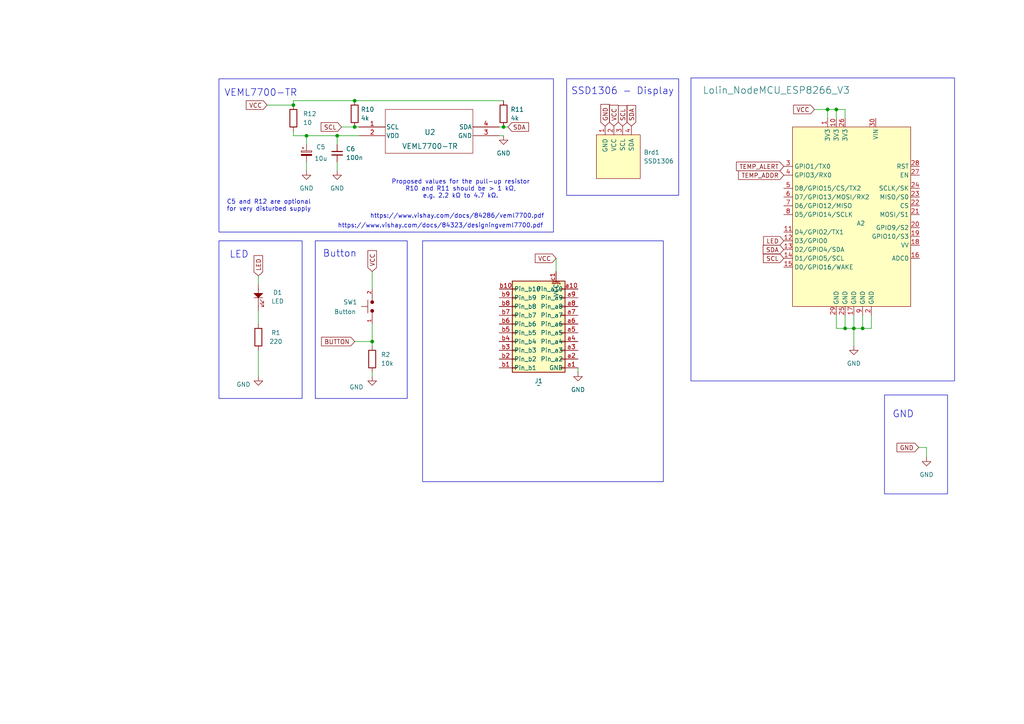
<source format=kicad_sch>
(kicad_sch (version 20231120) (generator "eeschema") (generator_version "8.0")
  (paper "A4")
  (lib_symbols
    (symbol "Device:C_Polarized_Small" (pin_numbers hide) (pin_names (offset 0.254) hide)
      (property "Reference" "C" (at 0.254 1.778 0))
      (property "Value" "C_Polarized_Small" (at 0.254 -2.032 0))
      (symbol "C_Polarized_Small_0_1"
        (rectangle (start -1.524 -0.3048) (end 1.524 -0.6858) (fill (type outline)))
        (rectangle (start -1.524 0.6858) (end 1.524 0.3048))
        (polyline (pts (xy -1.27 1.524) (xy -0.762 1.524)))
        (polyline (pts (xy -1.016 1.27) (xy -1.016 1.778)))
      )
      (symbol "C_Polarized_Small_1_1"
        (pin passive line (at 0 2.54 270) (length 1.8542) (name "~") (number "1"))
        (pin passive line (at 0 -2.54 90) (length 1.8542) (name "~") (number "2"))
      )
    )
    (symbol "Device:C_Small" (pin_numbers hide) (pin_names (offset 0.254) hide)
      (property "Reference" "C" (at 0.254 1.778 0))
      (property "Value" "C_Small" (at 0.254 -2.032 0))
      (symbol "C_Small_0_1"
        (polyline (pts (xy -1.524 -0.508) (xy 1.524 -0.508)) (stroke (width 0.3302)))
        (polyline (pts (xy -1.524 0.508) (xy 1.524 0.508)) (stroke (width 0.3048)))
      )
      (symbol "C_Small_1_1"
        (pin passive line (at 0 2.54 270) (length 2.032) (name "~") (number "1"))
        (pin passive line (at 0 -2.54 90) (length 2.032) (name "~") (number "2"))
      )
    )
    (symbol "Device:R" (pin_numbers hide) (pin_names (offset 0))
      (property "Reference" "R" (at 2.032 0 90))
      (property "Value" "R" (at 0 0 90))
      (symbol "R_0_1"
        (rectangle (start -1.016 -2.54) (end 1.016 2.54) (stroke (width 0.254)))
      )
      (symbol "R_1_1"
        (pin passive line (at 0 3.81 270) (length 1.27) (name "~") (number "1"))
        (pin passive line (at 0 -3.81 90) (length 1.27) (name "~") (number "2"))
      )
    )
    (symbol "GND_1" (power) (pin_numbers hide) (pin_names (offset 0) hide)
      (property "Value" "GND" (at 0 -3.81 0))
      (symbol "GND_1_0_1"
        (polyline (pts (xy 0 0) (xy 0 -1.27) (xy 1.27 -1.27) (xy 0 -2.54) (xy -1.27 -1.27) (xy 0 -1.27)))
      )
      (symbol "GND_1_1_1"
        (pin power_in line (at 0 0 270) (length 0) (name "~") (number "1"))
      )
    )
    (symbol "PCM_SL_Development_Board:Lolin_NodeMCU_ESP8266_V3"
      (property "Reference" "A" (at -12.7 27.94 0))
      (property "Value" "Lolin_NodeMCU_ESP8266_V3" (at -0.635 -19.05 0))
      (symbol "Lolin_NodeMCU_ESP8266_V3_0_1"
        (rectangle (start -17.78 25.4) (end 16.51 -26.67) (fill (type background)))
      )
      (symbol "Lolin_NodeMCU_ESP8266_V3_1_1"
        (pin power_in line (at -7.62 27.94 270) (length 2.54) (name "3V3") (number "1"))
        (pin power_in line (at -5.08 27.94 270) (length 2.54) (name "3V3") (number "10"))
        (pin bidirectional line (at -20.32 -5.08 0) (length 2.54) (name "D4/GPIO2/TX1") (number "11"))
        (pin bidirectional line (at -20.32 -7.62 0) (length 2.54) (name "D3/GPIO0") (number "12"))
        (pin bidirectional line (at -20.32 -10.16 0) (length 2.54) (name "D2/GPIO4/SDA") (number "13"))
        (pin bidirectional line (at -20.32 -12.7 0) (length 2.54) (name "D1/GPIO5/SCL") (number "14"))
        (pin bidirectional line (at -20.32 -15.24 0) (length 2.54) (name "D0/GPIO16/WAKE") (number "15"))
        (pin bidirectional line (at 19.05 -12.7 180) (length 2.54) (name "ADC0") (number "16"))
        (pin power_in line (at 0 -29.21 90) (length 2.54) (name "GND") (number "17"))
        (pin bidirectional line (at 19.05 -8.89 180) (length 2.54) (name "VV") (number "18"))
        (pin bidirectional line (at 19.05 -6.35 180) (length 2.54) (name "GPIO10/S3") (number "19"))
        (pin power_in line (at 5.08 -29.21 90) (length 2.54) (name "GND") (number "2"))
        (pin bidirectional line (at 19.05 -3.81 180) (length 2.54) (name "GPIO9/S2") (number "20"))
        (pin bidirectional line (at 19.05 0 180) (length 2.54) (name "MOSI/S1") (number "21"))
        (pin bidirectional line (at 19.05 2.54 180) (length 2.54) (name "CS") (number "22"))
        (pin bidirectional line (at 19.05 5.08 180) (length 2.54) (name "MISO/S0") (number "23"))
        (pin bidirectional line (at 19.05 7.62 180) (length 2.54) (name "SCLK/SK") (number "24"))
        (pin power_in line (at -2.54 -29.21 90) (length 2.54) (name "GND") (number "25"))
        (pin power_in line (at -2.54 27.94 270) (length 2.54) (name "3V3") (number "26"))
        (pin bidirectional line (at 19.05 11.43 180) (length 2.54) (name "EN") (number "27"))
        (pin bidirectional line (at 19.05 13.97 180) (length 2.54) (name "RST") (number "28"))
        (pin power_in line (at -5.08 -29.21 90) (length 2.54) (name "GND") (number "29"))
        (pin bidirectional line (at -20.32 13.97 0) (length 2.54) (name "GPIO1/TX0") (number "3"))
        (pin power_in line (at 6.35 27.94 270) (length 2.54) (name "VIN") (number "30"))
        (pin bidirectional line (at -20.32 11.43 0) (length 2.54) (name "GPIO3/RX0") (number "4"))
        (pin bidirectional line (at -20.32 7.62 0) (length 2.54) (name "D8/GPIO15/CS/TX2") (number "5"))
        (pin bidirectional line (at -20.32 5.08 0) (length 2.54) (name "D7/GPIO13/MOSI/RX2") (number "6"))
        (pin bidirectional line (at -20.32 2.54 0) (length 2.54) (name "D6/GPIO12/MISO") (number "7"))
        (pin bidirectional line (at -20.32 0 0) (length 2.54) (name "D5/GPIO14/SCLK") (number "8"))
        (pin power_in line (at 2.54 -29.21 90) (length 2.54) (name "GND") (number "9"))
      )
    )
    (symbol "PCM_SL_Devices:LED"
      (property "Reference" "D" (at -0.508 5.334 0))
      (property "Value" "LED" (at -0.508 2.794 0))
      (symbol "LED_0_1"
        (polyline (pts (xy -1.27 0) (xy -2.54 0)))
        (polyline (pts (xy 0 1.27) (xy 0 -1.27)))
        (polyline (pts (xy 0.508 0.508) (xy 1.524 1.524)))
        (polyline (pts (xy 1.27 0) (xy 2.54 0)))
        (polyline (pts (xy 1.524 0.508) (xy 2.54 1.524)))
        (polyline (pts (xy 1.524 1.524) (xy 0.889 1.524)))
        (polyline (pts (xy 1.524 1.524) (xy 1.524 0.889)))
        (polyline (pts (xy 2.54 1.524) (xy 1.905 1.524)))
        (polyline (pts (xy 2.54 1.524) (xy 2.54 0.889)))
        (polyline (pts (xy 0 0) (xy -1.27 -1.27) (xy -1.27 1.27) (xy 0 0) (xy 1.27 0)) (fill (type outline)))
      )
      (symbol "LED_1_1"
        (pin passive line (at 3.81 0 180) (length 1.5) (name "~") (number "1"))
        (pin passive line (at -3.81 0 0) (length 1.5) (name "") (number "2"))
      )
    )
    (symbol "PCM_SL_Devices:Push_Button"
      (property "Reference" "SW" (at 0 6.35 0))
      (property "Value" "Push_Button" (at 0 4.445 0))
      (symbol "Push_Button_0_1"
        (circle (center -1.27 0) (radius 0.4579) (fill (type outline)))
        (polyline (pts (xy -3.175 0) (xy -1.778 0)))
        (polyline (pts (xy -1.905 1.27) (xy 1.905 1.27)))
        (polyline (pts (xy 0 1.27) (xy 0 3.175)))
        (polyline (pts (xy 1.778 0) (xy 3.175 0)))
        (circle (center 1.27 0) (radius 0.4579) (fill (type outline)))
      )
      (symbol "Push_Button_1_1"
        (pin passive line (at -5.08 0 0) (length 2) (name "") (number "1"))
        (pin passive line (at 5.08 0 180) (length 2) (name "") (number "2"))
      )
    )
    (symbol "VEML7700-TR:VEML7700-TR" (pin_names (offset 0.254))
      (property "Reference" "U" (at 20.32 10.16 0))
      (property "Value" "VEML7700-TR" (at 20.32 7.62 0))
      (symbol "VEML7700-TR_0_1"
        (polyline (pts (xy 7.62 -7.62) (xy 33.02 -7.62)) (stroke (width 0.127)))
        (polyline (pts (xy 7.62 5.08) (xy 7.62 -7.62)) (stroke (width 0.127)))
        (polyline (pts (xy 33.02 -7.62) (xy 33.02 5.08)) (stroke (width 0.127)))
        (polyline (pts (xy 33.02 5.08) (xy 7.62 5.08)) (stroke (width 0.127)))
        (pin unspecified line (at 0 0 0) (length 7.62) (name "SCL") (number "1"))
        (pin power_in line (at 0 -2.54 0) (length 7.62) (name "VDD") (number "2"))
        (pin power_out line (at 40.64 -2.54 180) (length 7.62) (name "GND") (number "3"))
        (pin unspecified line (at 40.64 0 180) (length 7.62) (name "SDA") (number "4"))
      )
    )
    (symbol "lcd:SSD1306" (pin_names (offset 1.016))
      (property "Reference" "Brd" (at 0 -3.81 0))
      (property "Value" "SSD1306" (at 0 -1.27 0))
      (symbol "SSD1306_0_1"
        (rectangle (start -6.35 6.35) (end 6.35 -6.35) (fill (type background)))
      )
      (symbol "SSD1306_1_1"
        (pin input line (at -3.81 8.89 270) (length 2.54) (name "GND") (number "1"))
        (pin input line (at -1.27 8.89 270) (length 2.54) (name "VCC") (number "2"))
        (pin input line (at 1.27 8.89 270) (length 2.54) (name "SCL") (number "3"))
        (pin input line (at 3.81 8.89 270) (length 2.54) (name "SDA") (number "4"))
      )
    )
    (symbol "power:GND" (power) (pin_names (offset 0))
      (property "Value" "GND" (at 0 -3.81 0))
      (symbol "GND_0_1"
        (polyline (pts (xy 0 0) (xy 0 -1.27) (xy 1.27 -1.27) (xy 0 -2.54) (xy -1.27 -1.27) (xy 0 -1.27)))
      )
      (symbol "GND_1_1"
        (pin power_in line (at 0 0 270) (length 0) hide (name "GND") (number "1"))
      )
    )
    (symbol "prg_pcb:GP_connectors"
      (property "Reference" "J" (at 17.78 0 0))
      (symbol "GP_connectors_1_1"
        (polyline (pts (xy 5.334 -17.272) (xy 7.366 -17.272)) (stroke (width 0.1524)))
        (rectangle (start 3.7612 8.89) (end 19.05 -17.531) (stroke (width 0.254)) (fill (type background)))
        (rectangle (start 3.81 -15.113) (end 5.08 -15.367) (stroke (width 0.1524)))
        (rectangle (start 3.81 -12.573) (end 5.08 -12.827) (stroke (width 0.1524)))
        (rectangle (start 3.81 -10.033) (end 5.08 -10.287) (stroke (width 0.1524)))
        (rectangle (start 3.81 -7.493) (end 5.08 -7.747) (stroke (width 0.1524)))
        (rectangle (start 3.81 -4.953) (end 5.08 -5.207) (stroke (width 0.1524)))
        (rectangle (start 3.81 -2.413) (end 5.08 -2.667) (stroke (width 0.1524)))
        (rectangle (start 3.81 0.127) (end 5.08 -0.127) (stroke (width 0.1524)))
        (rectangle (start 3.81 2.667) (end 5.08 2.413) (stroke (width 0.1524)))
        (rectangle (start 3.81 5.207) (end 5.08 4.953) (stroke (width 0.1524)))
        (rectangle (start 3.81 7.747) (end 5.08 7.493) (stroke (width 0.1524)))
        (rectangle (start 17.78 -2.413) (end 19.05 -2.667) (stroke (width 0.1524)))
        (rectangle (start 19.05 -15.113) (end 17.78 -15.367) (stroke (width 0.1524)))
        (rectangle (start 19.05 -12.573) (end 17.78 -12.827) (stroke (width 0.1524)))
        (rectangle (start 19.05 -10.033) (end 17.78 -10.287) (stroke (width 0.1524)))
        (rectangle (start 19.05 -7.493) (end 17.78 -7.747) (stroke (width 0.1524)))
        (rectangle (start 19.05 -4.953) (end 17.78 -5.207) (stroke (width 0.1524)))
        (rectangle (start 19.05 0.127) (end 17.78 -0.127) (stroke (width 0.1524)))
        (rectangle (start 19.05 2.667) (end 17.78 2.413) (stroke (width 0.1524)))
        (rectangle (start 19.05 5.207) (end 17.78 4.953) (stroke (width 0.1524)))
        (rectangle (start 19.05 7.747) (end 17.78 7.493) (stroke (width 0.1524)))
        (text "Mounting" (at 6.35 -16.891 0) (effects (font (size 0.381 0.381))))
        (pin passive line (at 0 7.62 0) (length 3.81) (name "GND") (number "a1"))
        (pin passive line (at 0 -15.24 0) (length 3.81) (name "Pin_a10") (number "a10"))
        (pin passive line (at 0 5.08 0) (length 3.81) (name "Pin_a2") (number "a2"))
        (pin passive line (at 0 2.54 0) (length 3.81) (name "Pin_a3") (number "a3"))
        (pin passive line (at 0 0 0) (length 3.81) (name "Pin_a4") (number "a4"))
        (pin passive line (at 0 -2.54 0) (length 3.81) (name "Pin_a5") (number "a5"))
        (pin passive line (at 0 -5.08 0) (length 3.81) (name "Pin_a6") (number "a6"))
        (pin passive line (at 0 -7.62 0) (length 3.81) (name "Pin_a7") (number "a7"))
        (pin passive line (at 0 -10.16 0) (length 3.81) (name "Pin_a8") (number "a8"))
        (pin passive line (at 0 -12.7 0) (length 3.81) (name "Pin_a9") (number "a9"))
        (pin passive line (at 22.86 7.62 180) (length 3.81) (name "Pin_b1") (number "b1"))
        (pin passive line (at 22.86 -15.24 180) (length 3.81) (name "Pin_b10") (number "b10"))
        (pin passive line (at 22.86 5.08 180) (length 3.81) (name "Pin_b2") (number "b2"))
        (pin passive line (at 22.86 2.54 180) (length 3.81) (name "Pin_b3") (number "b3"))
        (pin passive line (at 22.86 0 180) (length 3.81) (name "Pin_b4") (number "b4"))
        (pin passive line (at 22.86 -2.54 180) (length 3.81) (name "Pin_b5") (number "b5"))
        (pin passive line (at 22.86 -5.08 180) (length 3.81) (name "Pin_b6") (number "b6"))
        (pin passive line (at 22.86 -7.62 180) (length 3.81) (name "Pin_b7") (number "b7"))
        (pin passive line (at 22.86 -10.16 180) (length 3.81) (name "Pin_b8") (number "b8"))
        (pin passive line (at 22.86 -12.7 180) (length 3.81) (name "Pin_b9") (number "b9"))
        (pin passive line (at 6.35 -20.32 90) (length 3.048) (name "VCC") (number "c1"))
      )
    )
  )
  (junction (at 102.87 36.83))
  (junction (at 85.09 30.48))
  (junction (at 250.19 95.25))
  (junction (at 97.79 39.37))
  (junction (at 102.87 29.21))
  (junction (at 240.03 31.75))
  (junction (at 242.57 31.75))
  (junction (at 107.95 99.06))
  (junction (at 245.11 95.25))
  (junction (at 88.9 39.37))
  (junction (at 146.05 36.83))
  (junction (at 247.65 95.25))
  (wire (pts (xy 102.87 29.21) (xy 146.05 29.21)))
  (wire (pts (xy 250.19 95.25) (xy 252.73 95.25)))
  (wire (pts (xy 85.09 39.37) (xy 88.9 39.37)))
  (wire (pts (xy 252.73 95.25) (xy 252.73 91.44)))
  (wire (pts (xy 88.9 39.37) (xy 88.9 41.91)))
  (wire (pts (xy 99.06 36.83) (xy 102.87 36.83)))
  (wire (pts (xy 107.95 78.74) (xy 107.95 83.82)))
  (wire (pts (xy 74.93 90.17) (xy 74.93 93.98)))
  (wire (pts (xy 85.09 30.48) (xy 85.09 29.21)))
  (wire (pts (xy 74.93 80.01) (xy 74.93 82.55)))
  (wire (pts (xy 247.65 95.25) (xy 250.19 95.25)))
  (wire (pts (xy 97.79 46.99) (xy 97.79 49.53)))
  (wire (pts (xy 107.95 99.06) (xy 107.95 100.33)))
  (wire (pts (xy 74.93 101.6) (xy 74.93 109.22)))
  (wire (pts (xy 247.65 95.25) (xy 245.11 95.25)))
  (wire (pts (xy 242.57 31.75) (xy 245.11 31.75)))
  (wire (pts (xy 250.19 95.25) (xy 250.19 91.44)))
  (wire (pts (xy 85.09 39.37) (xy 85.09 38.1)))
  (wire (pts (xy 97.79 39.37) (xy 104.14 39.37)))
  (wire (pts (xy 144.78 36.83) (xy 146.05 36.83)))
  (wire (pts (xy 242.57 95.25) (xy 242.57 91.44)))
  (wire (pts (xy 107.95 107.95) (xy 107.95 109.22)))
  (wire (pts (xy 245.11 95.25) (xy 242.57 95.25)))
  (wire (pts (xy 245.11 95.25) (xy 245.11 91.44)))
  (wire (pts (xy 88.9 39.37) (xy 97.79 39.37)))
  (wire (pts (xy 88.9 46.99) (xy 88.9 49.53)))
  (wire (pts (xy 236.22 31.75) (xy 240.03 31.75)))
  (wire (pts (xy 268.732 129.794) (xy 266.446 129.794)))
  (wire (pts (xy 242.57 31.75) (xy 242.57 34.29)))
  (wire (pts (xy 240.03 31.75) (xy 242.57 31.75)))
  (wire (pts (xy 240.03 34.29) (xy 240.03 31.75)))
  (wire (pts (xy 107.95 93.98) (xy 107.95 99.06)))
  (wire (pts (xy 146.05 36.83) (xy 147.32 36.83)))
  (wire (pts (xy 77.47 30.48) (xy 85.09 30.48)))
  (wire (pts (xy 102.87 99.06) (xy 107.95 99.06)))
  (wire (pts (xy 161.29 74.93) (xy 161.29 78.74)))
  (wire (pts (xy 97.79 41.91) (xy 97.79 39.37)))
  (wire (pts (xy 268.732 132.588) (xy 268.732 129.794)))
  (wire (pts (xy 247.65 100.33) (xy 247.65 95.25)))
  (wire (pts (xy 144.78 39.37) (xy 146.05 39.37)))
  (wire (pts (xy 247.65 95.25) (xy 247.65 91.44)))
  (wire (pts (xy 102.87 36.83) (xy 104.14 36.83)))
  (wire (pts (xy 245.11 31.75) (xy 245.11 34.29)))
  (wire (pts (xy 85.09 29.21) (xy 102.87 29.21)))
  (wire (pts (xy 167.64 106.68) (xy 167.64 107.95)))
  (rectangle (start 91.44 69.85) (end 118.11 115.57))
  (rectangle (start 122.555 69.85) (end 192.405 139.7))
  (rectangle (start 63.5 69.85) (end 87.63 115.57))
  (rectangle (start 256.54 114.554) (end 274.828 143.256))
  (rectangle (start 63.5 22.86) (end 160.528 67.31))
  (rectangle (start 200.406 22.606) (end 276.86 110.49))
  (rectangle (start 164.338 22.86) (end 196.85 56.642))
  (text "https://www.vishay.com/docs/84323/designingveml7700.pdf" (at 127.762 65.532 0) (effects (font (size 1.27 1.27))))
  (text "LED" (at 69.342 73.914 0) (effects (font (size 2 2))))
  (text "Button" (at 98.552 73.66 0) (effects (font (size 2 2))))
  (text "SSD1306 - Display" (at 165.608 27.686 0) (effects (font (size 2 2)) (justify left bottom)))
  (text "C5 and R12 are optional\nfor very disturbed supply" (at 77.978 59.69 0) (effects (font (size 1.27 1.27))))
  (text "VEML7700-TR" (at 65.024 28.194 0) (effects (font (size 2 2)) (justify left bottom)))
  (text "https://www.vishay.com/docs/84286/veml7700.pdf" (at 132.588 62.738 0) (effects (font (size 1.27 1.27))))
  (text "GND" (at 258.826 121.412 0) (effects (font (size 2 2)) (justify left bottom)))
  (text "Proposed values for the pull-up resistor\nR10 and R11 should be > 1 kΩ,\ne.g. 2.2 kΩ to 4.7 kΩ." (at 133.604 54.864 0) (effects (font (size 1.27 1.27))))
  (global_label "SCL" (shape input) (at 180.594 36.576 90) (property "Intersheetrefs" "${INTERSHEET_REFS}" (effects (hide yes))))
  (global_label "SCL" (shape input) (at 99.06 36.83 180) (property "Intersheetrefs" "${INTERSHEET_REFS}" (effects (hide yes))))
  (global_label "SDA" (shape input) (at 183.134 36.576 90) (property "Intersheetrefs" "${INTERSHEET_REFS}" (effects (hide yes))))
  (global_label "TEMP_ADDR" (shape input) (at 227.33 50.8 180) (property "Intersheetrefs" "${INTERSHEET_REFS}" (effects (hide yes))))
  (global_label "GND" (shape input) (at 266.446 129.794 180) (property "Intersheetrefs" "${INTERSHEET_REFS}" (effects (hide yes))))
  (global_label "LED" (shape input) (at 74.93 80.01 90) (property "Intersheetrefs" "${INTERSHEET_REFS}" (effects (hide yes))))
  (global_label "LED" (shape input) (at 227.33 69.85 180) (property "Intersheetrefs" "${INTERSHEET_REFS}" (effects (hide yes))))
  (global_label "SDA" (shape input) (at 147.32 36.83 0) (property "Intersheetrefs" "${INTERSHEET_REFS}" (effects (hide yes))))
  (global_label "VCC" (shape input) (at 107.95 78.74 90) (property "Intersheetrefs" "${INTERSHEET_REFS}" (effects (hide yes))))
  (global_label "SDA" (shape input) (at 227.33 72.39 180) (property "Intersheetrefs" "${INTERSHEET_REFS}" (effects (hide yes))))
  (global_label "GND" (shape input) (at 175.514 36.576 90) (property "Intersheetrefs" "${INTERSHEET_REFS}" (effects (hide yes))))
  (global_label "VCC" (shape input) (at 161.29 74.93 180) (property "Intersheetrefs" "${INTERSHEET_REFS}" (effects (hide yes))))
  (global_label "TEMP_ALERT" (shape input) (at 227.33 48.26 180) (property "Intersheetrefs" "${INTERSHEET_REFS}" (effects (hide yes))))
  (global_label "BUTTON" (shape input) (at 102.87 99.06 180) (property "Intersheetrefs" "${INTERSHEET_REFS}" (effects (hide yes))))
  (global_label "VCC" (shape input) (at 77.47 30.48 180) (property "Intersheetrefs" "${INTERSHEET_REFS}" (effects (hide yes))))
  (global_label "VCC" (shape input) (at 236.22 31.75 180) (property "Intersheetrefs" "${INTERSHEET_REFS}" (effects (hide yes))))
  (global_label "SCL" (shape input) (at 227.33 74.93 180) (property "Intersheetrefs" "${INTERSHEET_REFS}" (effects (hide yes))))
  (global_label "VCC" (shape input) (at 178.054 36.576 90) (property "Intersheetrefs" "${INTERSHEET_REFS}" (effects (hide yes))))
  (symbol (lib_id "PCM_SL_Development_Board:Lolin_NodeMCU_ESP8266_V3") (at 247.65 62.23 0) (unit 1)
    (property "Reference" "A2" (at 248.412 64.77 0) (effects (justify left)))
    (property "Value" "Lolin_NodeMCU_ESP8266_V3" (at 203.708 26.162 0) (effects (font (size 2 2)) (justify left)))
    (property "Footprint" "PCM_SL_Development_Boards:Lolin_NodeMCU_ESP8266" (effects (hide yes)))
    (property "Description" "Microcontroller module with ESP8266 MCU and WiFi" (effects (hide yes)))
  )
  (symbol (lib_id "VEML7700-TR:VEML7700-TR") (at 104.14 36.83 0) (unit 1)
    (property "Reference" "U2" (at 124.714 38.354 0) (effects (font (size 1.524 1.524))))
    (property "Value" "VEML7700-TR" (at 124.714 42.418 0) (effects (font (size 1.524 1.524))))
    (property "Footprint" "prg_pcb:VEML7700-TR" (effects (hide yes)))
    (property "Datasheet" "VEML7700-TR" (effects (hide yes)))
  )
  (symbol (lib_id "Device:C_Small") (at 97.79 44.45 0) (unit 1)
    (property "Reference" "C6" (at 100.33 43.1863 0) (effects (justify left)))
    (property "Value" "100n" (at 100.33 45.7263 0) (effects (justify left)))
    (property "Footprint" "Capacitor_SMD:C_0805_2012Metric_Pad1.18x1.45mm_HandSolder" (effects (hide yes)))
  )
  (symbol (lib_id "lcd:SSD1306") (at 179.324 45.466 0) (unit 1)
    (property "Reference" "Brd1" (at 186.69 44.196 0) (effects (justify left)))
    (property "Value" "SSD1306" (at 186.69 46.736 0) (effects (justify left)))
    (property "Footprint" "prg_pcb:ssd1306" (effects (hide yes)))
  )
  (symbol (lib_id "Device:R") (at 102.87 33.02 0) (unit 1)
    (property "Reference" "R10" (at 104.648 31.75 0) (effects (justify left)))
    (property "Value" "4k" (at 104.648 34.29 0) (effects (justify left)))
    (property "Footprint" "Resistor_SMD:R_0805_2012Metric_Pad1.20x1.40mm_HandSolder" (effects (hide yes)))
  )
  (symbol (lib_id "PCM_SL_Devices:Push_Button") (at 107.95 88.9 90) (unit 1)
    (property "Reference" "SW1" (at 101.6 87.63 90))
    (property "Value" "Button" (at 100.076 90.424 90))
    (property "Footprint" "Button_Switch_THT:SW_PUSH_6mm" (effects (hide yes)))
    (property "Description" "Common 6mmx6mm Push Button" (effects (hide yes)))
  )
  (symbol (lib_id "power:GND") (at 146.05 39.37 0) (unit 1)
    (property "Reference" "#PWR07" (effects (hide yes)))
    (property "Value" "GND" (at 146.05 44.45 0))
  )
  (symbol (lib_id "Device:R") (at 85.09 34.29 180) (unit 1)
    (property "Reference" "R12" (at 87.884 33.02 0) (effects (justify right)))
    (property "Value" "10" (at 87.884 35.56 0) (effects (justify right)))
    (property "Footprint" "Resistor_SMD:R_0805_2012Metric_Pad1.20x1.40mm_HandSolder" (effects (hide yes)))
  )
  (symbol (lib_id "Device:C_Polarized_Small") (at 88.9 44.45 0) (unit 1)
    (property "Reference" "C5" (at 91.694 42.6339 0) (effects (justify left)))
    (property "Value" "10u" (at 91.186 45.974 0) (effects (justify left)))
    (property "Footprint" "Capacitor_SMD:C_0805_2012Metric_Pad1.18x1.45mm_HandSolder" (effects (hide yes)))
  )
  (symbol (lib_id "power:GND") (at 74.93 109.22 0) (unit 1)
    (property "Reference" "#PWR03" (effects (hide yes)))
    (property "Value" "GND" (at 70.612 111.506 0))
  )
  (symbol (lib_id "power:GND") (at 88.9 49.53 0) (unit 1)
    (property "Reference" "#PWR05" (effects (hide yes)))
    (property "Value" "GND" (at 88.9 54.61 0))
  )
  (symbol (lib_id "Device:R") (at 107.95 104.14 0) (unit 1)
    (property "Reference" "R2" (at 110.49 102.8699 0) (effects (justify left)))
    (property "Value" "10k" (at 110.49 105.4099 0) (effects (justify left)))
    (property "Description" "Resistor" (effects (hide yes)))
  )
  (symbol (lib_id "power:GND") (at 247.65 100.33 0) (unit 1)
    (property "Reference" "#PWR02" (effects (hide yes)))
    (property "Value" "GND" (at 247.65 105.41 0))
  )
  (symbol (lib_id "power:GND") (at 268.732 132.588 0) (unit 1)
    (property "Reference" "#PWR01" (effects (hide yes)))
    (property "Value" "GND" (at 268.732 137.668 0))
  )
  (symbol (lib_id "power:GND") (at 107.95 109.22 0) (unit 1)
    (property "Reference" "#PWR04" (effects (hide yes)))
    (property "Value" "GND" (at 103.378 112.268 0))
  )
  (symbol (lib_id "Device:R") (at 74.93 97.79 0) (unit 1)
    (property "Reference" "R1" (at 80.01 96.52 0))
    (property "Value" "220" (at 80.01 99.06 0))
    (property "Description" "Resistor" (effects (hide yes)))
  )
  (symbol (lib_name "GND_1") (lib_id "power:GND") (at 167.64 107.95 0) (unit 1)
    (property "Reference" "#PWR08" (effects (hide yes)))
    (property "Value" "GND" (at 167.64 113.03 0))
    (property "Description" "Power symbol creates a global label with name \"GND\" , ground" (effects (hide yes)))
  )
  (symbol (lib_id "power:GND") (at 97.79 49.53 0) (unit 1)
    (property "Reference" "#PWR06" (effects (hide yes)))
    (property "Value" "GND" (at 97.79 54.61 0))
  )
  (symbol (lib_id "PCM_SL_Devices:LED") (at 74.93 86.36 270) (unit 1)
    (property "Reference" "D1" (at 80.518 84.836 90))
    (property "Value" "LED" (at 80.518 87.376 90))
    (property "Footprint" "LED_THT:LED_D5.0mm" (effects (hide yes)))
    (property "Description" "Common 5mm diameter LED" (effects (hide yes)))
  )
  (symbol (lib_id "Device:R") (at 146.05 33.02 0) (unit 1)
    (property "Reference" "R11" (at 148.082 31.75 0) (effects (justify left)))
    (property "Value" "4k" (at 148.082 34.29 0) (effects (justify left)))
    (property "Footprint" "Resistor_SMD:R_0805_2012Metric_Pad1.20x1.40mm_HandSolder" (effects (hide yes)))
  )
  (symbol (lib_id "prg_pcb:GP_connectors") (at 167.64 99.06 180) (unit 1)
    (property "Reference" "J1" (at 156.2344 110.49 0))
    (property "Value" "~" (at 156.2344 111.76 0))
    (property "Footprint" "prg_pcb:3x10_connector_THT" (effects (hide yes)))
  )
)
</source>
